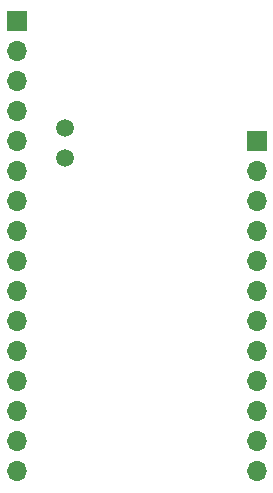
<source format=gbs>
%TF.GenerationSoftware,KiCad,Pcbnew,7.0.6*%
%TF.CreationDate,2023-11-11T00:05:15-05:00*%
%TF.ProjectId,CFL_EE_FeatherDebugShield,43464c5f-4545-45f4-9665-617468657244,v01b*%
%TF.SameCoordinates,Original*%
%TF.FileFunction,Soldermask,Bot*%
%TF.FilePolarity,Negative*%
%FSLAX46Y46*%
G04 Gerber Fmt 4.6, Leading zero omitted, Abs format (unit mm)*
G04 Created by KiCad (PCBNEW 7.0.6) date 2023-11-11 00:05:15*
%MOMM*%
%LPD*%
G01*
G04 APERTURE LIST*
%ADD10R,1.700000X1.700000*%
%ADD11O,1.700000X1.700000*%
%ADD12C,1.500000*%
G04 APERTURE END LIST*
D10*
%TO.C,J1*%
X106680000Y-71120000D03*
D11*
X106680000Y-73660000D03*
X106680000Y-76200000D03*
X106680000Y-78740000D03*
X106680000Y-81280000D03*
X106680000Y-83820000D03*
X106680000Y-86360000D03*
X106680000Y-88900000D03*
X106680000Y-91440000D03*
X106680000Y-93980000D03*
X106680000Y-96520000D03*
X106680000Y-99060000D03*
%TD*%
D10*
%TO.C,J2*%
X86360000Y-60960000D03*
D11*
X86360000Y-63500000D03*
X86360000Y-66040000D03*
X86360000Y-68580000D03*
X86360000Y-71120000D03*
X86360000Y-73660000D03*
X86360000Y-76200000D03*
X86360000Y-78740000D03*
X86360000Y-81280000D03*
X86360000Y-83820000D03*
X86360000Y-86360000D03*
X86360000Y-88900000D03*
X86360000Y-91440000D03*
X86360000Y-93980000D03*
X86360000Y-96520000D03*
X86360000Y-99060000D03*
%TD*%
D12*
%TO.C,J5*%
X90424000Y-72517000D03*
%TD*%
%TO.C,J6*%
X90424000Y-69977000D03*
%TD*%
M02*

</source>
